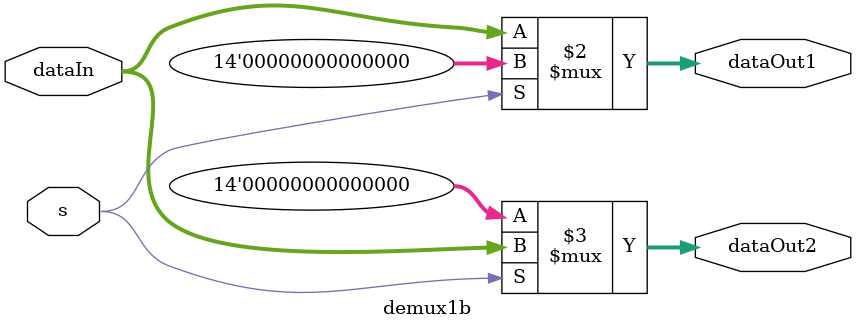
<source format=v>
module demux1b (
    input s,
    input [13:0] dataIn,
    output [13:0] dataOut1,
    output [13:0] dataOut2
);

    assign dataOut1 = (~s) ? dataIn : 14'b0;
    assign dataOut2 = (s) ? dataIn : 14'b0;
endmodule
</source>
